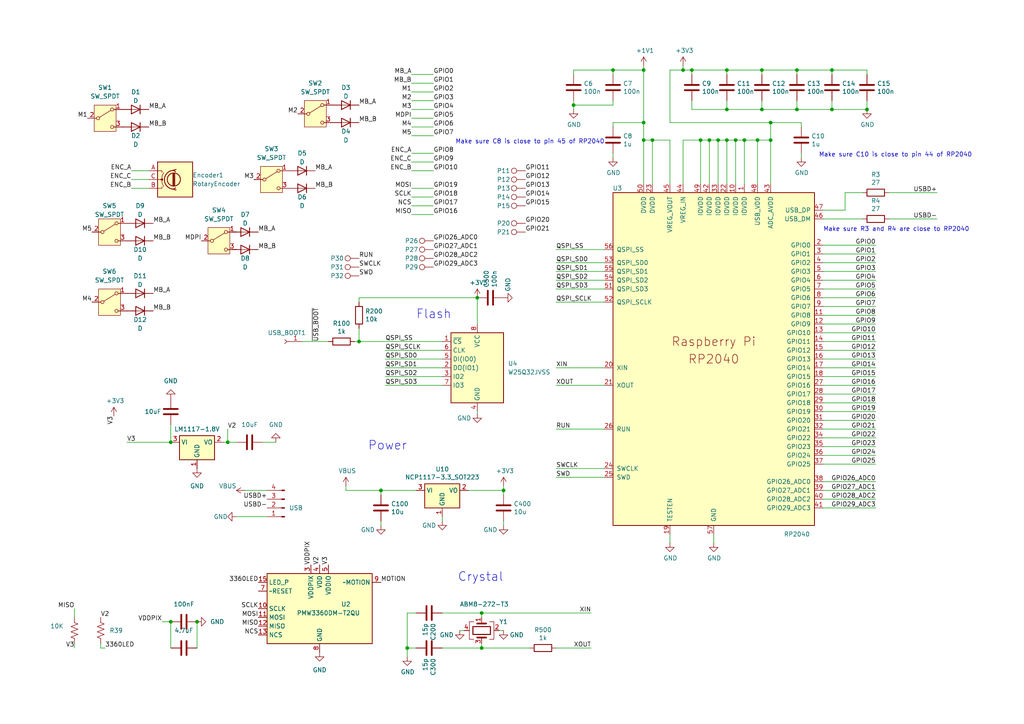
<source format=kicad_sch>
(kicad_sch (version 20231120) (generator "eeschema") (generator_version "8.0")
  (paper "A4")
  (lib_symbols
    (symbol "Connector:Conn_01x01_Socket" (pin_names (offset 1.016) hide)
      (property "Reference" "J" (at 0 2.54 0))
      (property "Value" "Conn_01x01_Socket" (at 0 -2.54 0))
      (symbol "Conn_01x01_Socket_1_1"
        (pin passive line (at -5.08 0 0) (length 3.81) (name "Pin_1") (number "1"))
      )
    )
    (symbol "Connector:Conn_01x04_Pin" (pin_names (offset 1.016) hide)
      (property "Reference" "J" (at 0 5.08 0))
      (property "Value" "Conn_01x04_Pin" (at 0 -7.62 0))
      (symbol "Conn_01x04_Pin_1_1"
        (pin passive line (at 5.08 2.54 180) (length 3.81) (name "Pin_1") (number "1"))
        (pin passive line (at 5.08 0 180) (length 3.81) (name "Pin_2") (number "2"))
        (pin passive line (at 5.08 -2.54 180) (length 3.81) (name "Pin_3") (number "3"))
        (pin passive line (at 5.08 -5.08 180) (length 3.81) (name "Pin_4") (number "4"))
      )
    )
    (symbol "Connector:TestPoint" (pin_numbers hide) (pin_names (offset 0.762) hide)
      (property "Reference" "TP" (at 0 6.858 0))
      (property "Value" "TestPoint" (at 0 5.08 0))
      (symbol "TestPoint_1_1"
        (pin passive line (at 0 0 90) (length 2.54) (name "1") (number "1"))
      )
    )
    (symbol "Device:C" (pin_numbers hide) (pin_names (offset 0.254))
      (property "Reference" "C" (at 0.635 2.54 0))
      (property "Value" "C" (at 0.635 -2.54 0))
      (symbol "C_1_1"
        (pin passive line (at 0 3.81 270) (length 2.794) (name "~") (number "1"))
        (pin passive line (at 0 -3.81 90) (length 2.794) (name "~") (number "2"))
      )
    )
    (symbol "Device:Crystal_GND24" (pin_names (offset 1.016) hide)
      (property "Reference" "Y" (at 3.175 5.08 0))
      (property "Value" "Crystal_GND24" (at 3.175 3.175 0))
      (symbol "Crystal_GND24_1_1"
        (pin passive line (at -3.81 0 0) (length 1.27) (name "1") (number "1"))
        (pin passive line (at 0 5.08 270) (length 1.27) (name "2") (number "2"))
        (pin passive line (at 3.81 0 180) (length 1.27) (name "3") (number "3"))
        (pin passive line (at 0 -5.08 90) (length 1.27) (name "4") (number "4"))
      )
    )
    (symbol "Device:D" (pin_numbers hide) (pin_names (offset 1.016) hide)
      (property "Reference" "D" (at 0 2.54 0))
      (property "Value" "D" (at 0 -2.54 0))
      (symbol "D_1_1"
        (pin passive line (at -3.81 0 0) (length 2.54) (name "K") (number "1"))
        (pin passive line (at 3.81 0 180) (length 2.54) (name "A") (number "2"))
      )
    )
    (symbol "Device:R" (pin_numbers hide) (pin_names (offset 0))
      (property "Reference" "R" (at 2.032 0 90))
      (property "Value" "R" (at 0 0 90))
      (symbol "R_1_1"
        (pin passive line (at 0 3.81 270) (length 1.27) (name "~") (number "1"))
        (pin passive line (at 0 -3.81 90) (length 1.27) (name "~") (number "2"))
      )
    )
    (symbol "Device:R_US" (pin_numbers hide) (pin_names (offset 0))
      (property "Reference" "R" (at 2.54 0 90))
      (property "Value" "R_US" (at -2.54 0 90))
      (symbol "R_US_1_1"
        (pin passive line (at 0 3.81 270) (length 1.27) (name "~") (number "1"))
        (pin passive line (at 0 -3.81 90) (length 1.27) (name "~") (number "2"))
      )
    )
    (symbol "Device:RotaryEncoder" (pin_names (offset 0.254) hide)
      (property "Reference" "SW" (at 0 6.604 0))
      (property "Value" "RotaryEncoder" (at 0 -6.604 0))
      (symbol "RotaryEncoder_1_1"
        (pin passive line (at -7.62 2.54 0) (length 2.54) (name "A") (number "A"))
        (pin passive line (at -7.62 -2.54 0) (length 2.54) (name "B") (number "B"))
        (pin passive line (at -7.62 0 0) (length 2.54) (name "C") (number "C"))
      )
    )
    (symbol "MCU_RaspberryPi_RP2040:RP2040" (pin_names (offset 1.016))
      (property "Reference" "U" (at -29.21 49.53 0))
      (property "Value" "RP2040" (at 24.13 -49.53 0))
      (symbol "RP2040_0_0"
        (text "Raspberry Pi" (at 0 5.08 0) (effects (font (size 2.54 2.54))))
        (text "RP2040" (at 0 0 0) (effects (font (size 2.54 2.54))))
      )
      (symbol "RP2040_1_1"
        (pin power_in line (at 8.89 50.8 270) (length 2.54) (name "IOVDD") (number "1"))
        (pin power_in line (at 6.35 50.8 270) (length 2.54) (name "IOVDD") (number "10"))
        (pin bidirectional line (at 31.75 12.7 180) (length 2.54) (name "GPIO8") (number "11"))
        (pin bidirectional line (at 31.75 10.16 180) (length 2.54) (name "GPIO9") (number "12"))
        (pin bidirectional line (at 31.75 7.62 180) (length 2.54) (name "GPIO10") (number "13"))
        (pin bidirectional line (at 31.75 5.08 180) (length 2.54) (name "GPIO11") (number "14"))
        (pin bidirectional line (at 31.75 2.54 180) (length 2.54) (name "GPIO12") (number "15"))
        (pin bidirectional line (at 31.75 0 180) (length 2.54) (name "GPIO13") (number "16"))
        (pin bidirectional line (at 31.75 -2.54 180) (length 2.54) (name "GPIO14") (number "17"))
        (pin bidirectional line (at 31.75 -5.08 180) (length 2.54) (name "GPIO15") (number "18"))
        (pin passive line (at -12.7 -50.8 90) (length 2.54) (name "TESTEN") (number "19"))
        (pin bidirectional line (at 31.75 33.02 180) (length 2.54) (name "GPIO0") (number "2"))
        (pin input line (at -31.75 -2.54 0) (length 2.54) (name "XIN") (number "20"))
        (pin passive line (at -31.75 -7.62 0) (length 2.54) (name "XOUT") (number "21"))
        (pin power_in line (at 3.81 50.8 270) (length 2.54) (name "IOVDD") (number "22"))
        (pin power_in line (at -17.78 50.8 270) (length 2.54) (name "DVDD") (number "23"))
        (pin output line (at -31.75 -31.75 0) (length 2.54) (name "SWCLK") (number "24"))
        (pin bidirectional line (at -31.75 -34.29 0) (length 2.54) (name "SWD") (number "25"))
        (pin input line (at -31.75 -20.32 0) (length 2.54) (name "RUN") (number "26"))
        (pin bidirectional line (at 31.75 -7.62 180) (length 2.54) (name "GPIO16") (number "27"))
        (pin bidirectional line (at 31.75 -10.16 180) (length 2.54) (name "GPIO17") (number "28"))
        (pin bidirectional line (at 31.75 -12.7 180) (length 2.54) (name "GPIO18") (number "29"))
        (pin bidirectional line (at 31.75 30.48 180) (length 2.54) (name "GPIO1") (number "3"))
        (pin bidirectional line (at 31.75 -15.24 180) (length 2.54) (name "GPIO19") (number "30"))
        (pin bidirectional line (at 31.75 -17.78 180) (length 2.54) (name "GPIO20") (number "31"))
        (pin bidirectional line (at 31.75 -20.32 180) (length 2.54) (name "GPIO21") (number "32"))
        (pin power_in line (at 1.27 50.8 270) (length 2.54) (name "IOVDD") (number "33"))
        (pin bidirectional line (at 31.75 -22.86 180) (length 2.54) (name "GPIO22") (number "34"))
        (pin bidirectional line (at 31.75 -25.4 180) (length 2.54) (name "GPIO23") (number "35"))
        (pin bidirectional line (at 31.75 -27.94 180) (length 2.54) (name "GPIO24") (number "36"))
        (pin bidirectional line (at 31.75 -30.48 180) (length 2.54) (name "GPIO25") (number "37"))
        (pin bidirectional line (at 31.75 -35.56 180) (length 2.54) (name "GPIO26_ADC0") (number "38"))
        (pin bidirectional line (at 31.75 -38.1 180) (length 2.54) (name "GPIO27_ADC1") (number "39"))
        (pin bidirectional line (at 31.75 27.94 180) (length 2.54) (name "GPIO2") (number "4"))
        (pin bidirectional line (at 31.75 -40.64 180) (length 2.54) (name "GPIO28_ADC2") (number "40"))
        (pin bidirectional line (at 31.75 -43.18 180) (length 2.54) (name "GPIO29_ADC3") (number "41"))
        (pin power_in line (at -1.27 50.8 270) (length 2.54) (name "IOVDD") (number "42"))
        (pin power_in line (at 16.51 50.8 270) (length 2.54) (name "ADC_AVDD") (number "43"))
        (pin power_in line (at -8.89 50.8 270) (length 2.54) (name "VREG_IN") (number "44"))
        (pin power_out line (at -12.7 50.8 270) (length 2.54) (name "VREG_VOUT") (number "45"))
        (pin bidirectional line (at 31.75 40.64 180) (length 2.54) (name "USB_DM") (number "46"))
        (pin bidirectional line (at 31.75 43.18 180) (length 2.54) (name "USB_DP") (number "47"))
        (pin power_in line (at 12.7 50.8 270) (length 2.54) (name "USB_VDD") (number "48"))
        (pin power_in line (at -3.81 50.8 270) (length 2.54) (name "IOVDD") (number "49"))
        (pin bidirectional line (at 31.75 25.4 180) (length 2.54) (name "GPIO3") (number "5"))
        (pin power_in line (at -20.32 50.8 270) (length 2.54) (name "DVDD") (number "50"))
        (pin bidirectional line (at -31.75 20.32 0) (length 2.54) (name "QSPI_SD3") (number "51"))
        (pin output line (at -31.75 16.51 0) (length 2.54) (name "QSPI_SCLK") (number "52"))
        (pin bidirectional line (at -31.75 27.94 0) (length 2.54) (name "QSPI_SD0") (number "53"))
        (pin bidirectional line (at -31.75 22.86 0) (length 2.54) (name "QSPI_SD2") (number "54"))
        (pin bidirectional line (at -31.75 25.4 0) (length 2.54) (name "QSPI_SD1") (number "55"))
        (pin bidirectional line (at -31.75 31.75 0) (length 2.54) (name "QSPI_SS") (number "56"))
        (pin power_in line (at 0 -50.8 90) (length 2.54) (name "GND") (number "57"))
        (pin bidirectional line (at 31.75 22.86 180) (length 2.54) (name "GPIO4") (number "6"))
        (pin bidirectional line (at 31.75 20.32 180) (length 2.54) (name "GPIO5") (number "7"))
        (pin bidirectional line (at 31.75 17.78 180) (length 2.54) (name "GPIO6") (number "8"))
        (pin bidirectional line (at 31.75 15.24 180) (length 2.54) (name "GPIO7") (number "9"))
      )
    )
    (symbol "Memory_Flash:W25Q32JVSS"
      (property "Reference" "U" (at -6.35 11.43 0))
      (property "Value" "W25Q32JVSS" (at 7.62 11.43 0))
      (symbol "W25Q32JVSS_1_1"
        (pin input line (at -10.16 7.62 0) (length 2.54) (name "~{CS}") (number "1"))
        (pin bidirectional line (at -10.16 0 0) (length 2.54) (name "DO(IO1)") (number "2"))
        (pin bidirectional line (at -10.16 -2.54 0) (length 2.54) (name "IO2") (number "3"))
        (pin power_in line (at 0 -12.7 90) (length 2.54) (name "GND") (number "4"))
        (pin bidirectional line (at -10.16 2.54 0) (length 2.54) (name "DI(IO0)") (number "5"))
        (pin input line (at -10.16 5.08 0) (length 2.54) (name "CLK") (number "6"))
        (pin bidirectional line (at -10.16 -5.08 0) (length 2.54) (name "IO3") (number "7"))
        (pin power_in line (at 0 12.7 270) (length 2.54) (name "VCC") (number "8"))
      )
    )
    (symbol "Regulator_Linear:AP1117-18"
      (property "Reference" "U" (at -3.81 3.175 0))
      (property "Value" "AP1117-18" (at 0 3.175 0))
      (symbol "AP1117-18_1_1"
        (pin power_in line (at 0 -7.62 90) (length 2.54) (name "GND") (number "1"))
        (pin power_out line (at 7.62 0 180) (length 2.54) (name "VO") (number "2"))
        (pin power_in line (at -7.62 0 0) (length 2.54) (name "VI") (number "3"))
      )
    )
    (symbol "Regulator_Linear:NCP1117-3.3_SOT223"
      (property "Reference" "U" (at -3.81 3.175 0))
      (property "Value" "NCP1117-3.3_SOT223" (at 0 3.175 0))
      (symbol "NCP1117-3.3_SOT223_1_1"
        (pin power_in line (at 0 -7.62 90) (length 2.54) (name "GND") (number "1"))
        (pin power_out line (at 7.62 0 180) (length 2.54) (name "VO") (number "2"))
        (pin power_in line (at -7.62 0 0) (length 2.54) (name "VI") (number "3"))
      )
    )
    (symbol "Switch:SW_SPDT" (pin_names (offset 0) hide)
      (property "Reference" "SW" (at 0 5.08 0))
      (property "Value" "SW_SPDT" (at 0 -5.08 0))
      (symbol "SW_SPDT_1_1"
        (pin passive line (at 5.08 2.54 180) (length 2.54) (name "A") (number "1"))
        (pin passive line (at -5.08 0 0) (length 2.54) (name "B") (number "2"))
        (pin passive line (at 5.08 -2.54 180) (length 2.54) (name "C") (number "3"))
      )
    )
    (symbol "_New_Library:PMW3360DM-T2QU"
      (property "Reference" "U" (at -5.08 13.335 0))
      (property "Value" "PMW3360DM-T2QU" (at -5.08 11.43 0))
      (symbol "PMW3360DM-T2QU_1_1"
        (pin no_connect line (at 15.24 2.54 180) (length 2.54) hide (name "NA") (number "1"))
        (pin input line (at -17.78 0 0) (length 2.54) (name "SCLK") (number "10"))
        (pin input line (at -17.78 -2.54 0) (length 2.54) (name "MOSI") (number "11"))
        (pin output line (at -17.78 -5.08 0) (length 2.54) (name "MISO") (number "12"))
        (pin input line (at -17.78 -7.62 0) (length 2.54) (name "NCS") (number "13"))
        (pin no_connect line (at 15.24 -5.08 180) (length 2.54) hide (name "NA") (number "14"))
        (pin input line (at -17.78 7.62 0) (length 2.54) (name "LED_P") (number "15"))
        (pin no_connect line (at 15.24 -7.62 180) (length 2.54) hide (name "NA") (number "16"))
        (pin no_connect line (at 15.24 0 180) (length 2.54) hide (name "NA") (number "2"))
        (pin power_out line (at -2.54 12.7 270) (length 2.54) (name "VDDPIX") (number "3"))
        (pin power_in line (at 0 12.7 270) (length 2.54) (name "VDD") (number "4"))
        (pin power_in line (at 2.54 12.7 270) (length 2.54) (name "VDDIO") (number "5"))
        (pin no_connect line (at 15.24 -2.54 180) (length 2.54) hide (name "NA") (number "6"))
        (pin input line (at -17.78 5.08 0) (length 2.54) (name "~RESET") (number "7"))
        (pin power_in line (at 0 -12.7 90) (length 2.54) (name "GND") (number "8"))
        (pin output line (at 17.78 7.62 180) (length 2.54) (name "~MOTION") (number "9"))
      )
    )
    (symbol "power:+1V1" (power) (pin_names (offset 0))
      (property "Value" "+1V1" (at 0 3.556 0))
      (symbol "+1V1_1_1"
        (pin power_in line (at 0 0 90) (length 0) hide (name "+1V1") (number "1"))
      )
    )
    (symbol "power:+3V3" (power) (pin_names (offset 0))
      (property "Value" "+3V3" (at 0 3.556 0))
      (symbol "+3V3_1_1"
        (pin power_in line (at 0 0 90) (length 0) hide (name "+3V3") (number "1"))
      )
    )
    (symbol "power:GND" (power) (pin_names (offset 0))
      (property "Value" "GND" (at 0 -3.81 0))
      (symbol "GND_1_1"
        (pin power_in line (at 0 0 270) (length 0) hide (name "GND") (number "1"))
      )
    )
    (symbol "power:VBUS" (power) (pin_names (offset 0))
      (property "Value" "VBUS" (at 0 3.81 0))
      (symbol "VBUS_1_1"
        (pin power_in line (at 0 0 90) (length 0) hide (name "VBUS") (number "1"))
      )
    )
  )
  (junction (at 210.82 40.64))
  (junction (at 208.28 40.64))
  (junction (at 200.66 20.32))
  (junction (at 186.69 35.56))
  (junction (at 223.52 35.56))
  (junction (at 177.8 20.32))
  (junction (at 251.46 31.75))
  (junction (at 118.11 187.96))
  (junction (at 139.7 177.8))
  (junction (at 186.69 40.64))
  (junction (at 220.98 20.32))
  (junction (at 189.23 40.64))
  (junction (at 213.36 40.64))
  (junction (at 66.04 128.27))
  (junction (at 166.37 30.48))
  (junction (at 231.14 31.75))
  (junction (at 146.05 142.24))
  (junction (at 198.12 20.32))
  (junction (at 139.7 187.96))
  (junction (at 49.53 128.27))
  (junction (at 241.3 31.75))
  (junction (at 186.69 20.32))
  (junction (at 57.15 180.34))
  (junction (at 241.3 20.32))
  (junction (at 210.82 20.32))
  (junction (at 110.49 142.24))
  (junction (at 49.53 180.34))
  (junction (at 210.82 31.75))
  (junction (at 220.98 31.75))
  (junction (at 215.9 40.64))
  (junction (at 223.52 40.64))
  (junction (at 104.14 99.06))
  (junction (at 138.43 86.36))
  (junction (at 205.74 40.64))
  (junction (at 203.2 40.64))
  (junction (at 231.14 20.32))
  (junction (at 219.71 40.64))
  (wire (pts (xy 68.58 149.86) (xy 77.47 149.86)))
  (wire (pts (xy 186.69 40.64) (xy 186.69 53.34)))
  (wire (pts (xy 238.76 96.52) (xy 254 96.52)))
  (wire (pts (xy 166.37 30.48) (xy 177.8 30.48)))
  (wire (pts (xy 245.11 55.88) (xy 245.11 60.96)))
  (wire (pts (xy 100.33 142.24) (xy 110.49 142.24)))
  (wire (pts (xy 220.98 20.32) (xy 231.14 20.32)))
  (wire (pts (xy 198.12 20.32) (xy 200.66 20.32)))
  (wire (pts (xy 215.9 40.64) (xy 219.71 40.64)))
  (wire (pts (xy 119.38 46.99) (xy 125.73 46.99)))
  (wire (pts (xy 128.27 111.76) (xy 111.76 111.76)))
  (wire (pts (xy 220.98 21.59) (xy 220.98 20.32)))
  (wire (pts (xy 241.3 31.75) (xy 251.46 31.75)))
  (wire (pts (xy 186.69 19.05) (xy 186.69 20.32)))
  (wire (pts (xy 238.76 109.22) (xy 254 109.22)))
  (wire (pts (xy 43.18 49.53) (xy 38.1 49.53)))
  (wire (pts (xy 231.14 31.75) (xy 241.3 31.75)))
  (wire (pts (xy 110.49 151.13) (xy 110.49 152.4)))
  (wire (pts (xy 238.76 134.62) (xy 254 134.62)))
  (wire (pts (xy 203.2 40.64) (xy 205.74 40.64)))
  (wire (pts (xy 102.87 99.06) (xy 104.14 99.06)))
  (wire (pts (xy 238.76 129.54) (xy 254 129.54)))
  (wire (pts (xy 100.33 140.97) (xy 100.33 142.24)))
  (wire (pts (xy 238.76 63.5) (xy 250.19 63.5)))
  (wire (pts (xy 36.83 128.27) (xy 49.53 128.27)))
  (wire (pts (xy 238.76 71.12) (xy 254 71.12)))
  (wire (pts (xy 111.76 101.6) (xy 128.27 101.6)))
  (wire (pts (xy 257.81 55.88) (xy 271.78 55.88)))
  (wire (pts (xy 194.31 53.34) (xy 194.31 40.64)))
  (wire (pts (xy 68.58 67.31) (xy 67.31 67.31)))
  (wire (pts (xy 220.98 29.21) (xy 220.98 31.75)))
  (wire (pts (xy 238.76 76.2) (xy 254 76.2)))
  (wire (pts (xy 110.49 143.51) (xy 110.49 142.24)))
  (wire (pts (xy 186.69 35.56) (xy 186.69 40.64)))
  (wire (pts (xy 133.35 182.88) (xy 134.62 182.88)))
  (wire (pts (xy 66.04 128.27) (xy 64.77 128.27)))
  (wire (pts (xy 198.12 40.64) (xy 203.2 40.64)))
  (wire (pts (xy 166.37 20.32) (xy 177.8 20.32)))
  (wire (pts (xy 238.76 144.78) (xy 254 144.78)))
  (wire (pts (xy 104.14 95.25) (xy 104.14 99.06)))
  (wire (pts (xy 166.37 29.21) (xy 166.37 30.48)))
  (wire (pts (xy 144.78 182.88) (xy 146.05 182.88)))
  (wire (pts (xy 161.29 83.82) (xy 175.26 83.82)))
  (wire (pts (xy 128.27 177.8) (xy 139.7 177.8)))
  (wire (pts (xy 146.05 143.51) (xy 146.05 142.24)))
  (wire (pts (xy 223.52 40.64) (xy 223.52 53.34)))
  (wire (pts (xy 119.38 24.13) (xy 125.73 24.13)))
  (wire (pts (xy 177.8 20.32) (xy 186.69 20.32)))
  (wire (pts (xy 87.63 99.06) (xy 95.25 99.06)))
  (wire (pts (xy 223.52 35.56) (xy 232.41 35.56)))
  (wire (pts (xy 138.43 120.015) (xy 138.43 119.38)))
  (wire (pts (xy 208.28 53.34) (xy 208.28 40.64)))
  (wire (pts (xy 29.21 187.96) (xy 30.48 187.96)))
  (wire (pts (xy 210.82 20.32) (xy 220.98 20.32)))
  (wire (pts (xy 186.69 20.32) (xy 186.69 35.56)))
  (wire (pts (xy 219.71 40.64) (xy 223.52 40.64)))
  (wire (pts (xy 161.29 78.74) (xy 175.26 78.74)))
  (wire (pts (xy 175.26 124.46) (xy 161.29 124.46)))
  (wire (pts (xy 119.38 59.69) (xy 125.73 59.69)))
  (wire (pts (xy 241.3 21.59) (xy 241.3 20.32)))
  (wire (pts (xy 205.74 40.64) (xy 208.28 40.64)))
  (wire (pts (xy 128.27 106.68) (xy 111.76 106.68)))
  (wire (pts (xy 200.66 21.59) (xy 200.66 20.32)))
  (wire (pts (xy 194.31 20.32) (xy 198.12 20.32)))
  (wire (pts (xy 29.21 186.69) (xy 29.21 187.96)))
  (wire (pts (xy 215.9 40.64) (xy 215.9 53.34)))
  (wire (pts (xy 205.74 53.34) (xy 205.74 40.64)))
  (wire (pts (xy 21.59 187.96) (xy 21.59 186.69)))
  (wire (pts (xy 139.7 186.69) (xy 139.7 187.96)))
  (wire (pts (xy 118.11 187.96) (xy 118.11 190.5)))
  (wire (pts (xy 238.76 60.96) (xy 245.11 60.96)))
  (wire (pts (xy 71.12 142.24) (xy 77.47 142.24)))
  (wire (pts (xy 128.27 149.86) (xy 128.27 151.13)))
  (wire (pts (xy 175.26 111.76) (xy 161.29 111.76)))
  (wire (pts (xy 175.26 72.39) (xy 161.29 72.39)))
  (wire (pts (xy 161.29 187.96) (xy 171.45 187.96)))
  (wire (pts (xy 135.89 142.24) (xy 146.05 142.24)))
  (wire (pts (xy 49.53 180.34) (xy 49.53 187.96)))
  (wire (pts (xy 238.76 106.68) (xy 254 106.68)))
  (wire (pts (xy 238.76 86.36) (xy 254 86.36)))
  (wire (pts (xy 76.2 128.27) (xy 80.01 128.27)))
  (wire (pts (xy 177.8 30.48) (xy 177.8 29.21)))
  (wire (pts (xy 210.82 21.59) (xy 210.82 20.32)))
  (wire (pts (xy 238.76 139.7) (xy 254 139.7)))
  (wire (pts (xy 21.59 176.53) (xy 21.59 179.07)))
  (wire (pts (xy 223.52 35.56) (xy 223.52 40.64)))
  (wire (pts (xy 238.76 88.9) (xy 254 88.9)))
  (wire (pts (xy 177.8 36.83) (xy 177.8 35.56)))
  (wire (pts (xy 128.27 109.22) (xy 111.76 109.22)))
  (wire (pts (xy 119.38 26.67) (xy 125.73 26.67)))
  (wire (pts (xy 210.82 31.75) (xy 200.66 31.75)))
  (wire (pts (xy 238.76 147.32) (xy 254 147.32)))
  (wire (pts (xy 210.82 29.21) (xy 210.82 31.75)))
  (wire (pts (xy 200.66 20.32) (xy 210.82 20.32)))
  (wire (pts (xy 189.23 53.34) (xy 189.23 40.64)))
  (wire (pts (xy 119.38 36.83) (xy 125.73 36.83)))
  (wire (pts (xy 120.65 142.24) (xy 110.49 142.24)))
  (wire (pts (xy 241.3 29.21) (xy 241.3 31.75)))
  (wire (pts (xy 194.31 20.32) (xy 194.31 35.56)))
  (wire (pts (xy 232.41 44.45) (xy 232.41 45.72)))
  (wire (pts (xy 238.76 91.44) (xy 254 91.44)))
  (wire (pts (xy 213.36 53.34) (xy 213.36 40.64)))
  (wire (pts (xy 128.27 187.96) (xy 139.7 187.96)))
  (wire (pts (xy 120.65 187.96) (xy 118.11 187.96)))
  (wire (pts (xy 139.7 187.96) (xy 153.67 187.96)))
  (wire (pts (xy 238.76 78.74) (xy 254 78.74)))
  (wire (pts (xy 175.26 138.43) (xy 161.29 138.43)))
  (wire (pts (xy 208.28 40.64) (xy 210.82 40.64)))
  (wire (pts (xy 238.76 116.84) (xy 254 116.84)))
  (wire (pts (xy 210.82 31.75) (xy 220.98 31.75)))
  (wire (pts (xy 175.26 87.63) (xy 161.29 87.63)))
  (wire (pts (xy 207.01 154.94) (xy 207.01 157.48)))
  (wire (pts (xy 66.04 124.46) (xy 66.04 128.27)))
  (wire (pts (xy 177.8 35.56) (xy 186.69 35.56)))
  (wire (pts (xy 119.38 31.75) (xy 125.73 31.75)))
  (wire (pts (xy 119.38 29.21) (xy 125.73 29.21)))
  (wire (pts (xy 238.76 114.3) (xy 254 114.3)))
  (wire (pts (xy 128.27 104.14) (xy 111.76 104.14)))
  (wire (pts (xy 57.15 180.34) (xy 57.15 187.96)))
  (wire (pts (xy 68.58 128.27) (xy 66.04 128.27)))
  (wire (pts (xy 200.66 29.21) (xy 200.66 31.75)))
  (wire (pts (xy 220.98 31.75) (xy 231.14 31.75)))
  (wire (pts (xy 194.31 154.94) (xy 194.31 157.48)))
  (wire (pts (xy 238.76 119.38) (xy 254 119.38)))
  (wire (pts (xy 120.65 177.8) (xy 118.11 177.8)))
  (wire (pts (xy 238.76 99.06) (xy 254 99.06)))
  (wire (pts (xy 198.12 19.05) (xy 198.12 20.32)))
  (wire (pts (xy 238.76 124.46) (xy 254 124.46)))
  (wire (pts (xy 231.14 20.32) (xy 241.3 20.32)))
  (wire (pts (xy 43.18 52.07) (xy 38.1 52.07)))
  (wire (pts (xy 119.38 44.45) (xy 125.73 44.45)))
  (wire (pts (xy 189.23 40.64) (xy 186.69 40.64)))
  (wire (pts (xy 119.38 49.53) (xy 125.73 49.53)))
  (wire (pts (xy 257.81 63.5) (xy 271.78 63.5)))
  (wire (pts (xy 238.76 104.14) (xy 254 104.14)))
  (wire (pts (xy 118.11 177.8) (xy 118.11 187.96)))
  (wire (pts (xy 49.53 123.19) (xy 49.53 128.27)))
  (wire (pts (xy 139.7 179.07) (xy 139.7 177.8)))
  (wire (pts (xy 161.29 76.2) (xy 175.26 76.2)))
  (wire (pts (xy 138.43 86.36) (xy 138.43 93.98)))
  (wire (pts (xy 210.82 40.64) (xy 213.36 40.64)))
  (wire (pts (xy 238.76 93.98) (xy 254 93.98)))
  (wire (pts (xy 238.76 111.76) (xy 254 111.76)))
  (wire (pts (xy 166.37 21.59) (xy 166.37 20.32)))
  (wire (pts (xy 119.38 21.59) (xy 125.73 21.59)))
  (wire (pts (xy 245.11 55.88) (xy 250.19 55.88)))
  (wire (pts (xy 166.37 30.48) (xy 166.37 31.75)))
  (wire (pts (xy 251.46 29.21) (xy 251.46 31.75)))
  (wire (pts (xy 161.29 106.68) (xy 175.26 106.68)))
  (wire (pts (xy 119.38 62.23) (xy 125.73 62.23)))
  (wire (pts (xy 238.76 101.6) (xy 254 101.6)))
  (wire (pts (xy 119.38 34.29) (xy 125.73 34.29)))
  (wire (pts (xy 232.41 36.83) (xy 232.41 35.56)))
  (wire (pts (xy 68.58 72.39) (xy 67.31 72.39)))
  (wire (pts (xy 161.29 81.28) (xy 175.26 81.28)))
  (wire (pts (xy 119.38 54.61) (xy 125.73 54.61)))
  (wire (pts (xy 238.76 83.82) (xy 254 83.82)))
  (wire (pts (xy 238.76 127) (xy 254 127)))
  (wire (pts (xy 238.76 73.66) (xy 254 73.66)))
  (wire (pts (xy 241.3 20.32) (xy 251.46 20.32)))
  (wire (pts (xy 213.36 40.64) (xy 215.9 40.64)))
  (wire (pts (xy 104.14 99.06) (xy 128.27 99.06)))
  (wire (pts (xy 203.2 53.34) (xy 203.2 40.64)))
  (wire (pts (xy 194.31 35.56) (xy 223.52 35.56)))
  (wire (pts (xy 210.82 53.34) (xy 210.82 40.64)))
  (wire (pts (xy 177.8 21.59) (xy 177.8 20.32)))
  (wire (pts (xy 194.31 40.64) (xy 189.23 40.64)))
  (wire (pts (xy 119.38 39.37) (xy 125.73 39.37)))
  (wire (pts (xy 46.99 180.34) (xy 49.53 180.34)))
  (wire (pts (xy 251.46 21.59) (xy 251.46 20.32)))
  (wire (pts (xy 119.38 57.15) (xy 125.73 57.15)))
  (wire (pts (xy 43.18 54.61) (xy 38.1 54.61)))
  (wire (pts (xy 231.14 29.21) (xy 231.14 31.75)))
  (wire (pts (xy 238.76 121.92) (xy 254 121.92)))
  (wire (pts (xy 238.76 132.08) (xy 254 132.08)))
  (wire (pts (xy 219.71 53.34) (xy 219.71 40.64)))
  (wire (pts (xy 231.14 21.59) (xy 231.14 20.32)))
  (wire (pts (xy 175.26 135.89) (xy 161.29 135.89)))
  (wire (pts (xy 198.12 53.34) (xy 198.12 40.64)))
  (wire (pts (xy 177.8 44.45) (xy 177.8 45.72)))
  (wire (pts (xy 146.05 151.13) (xy 146.05 152.4)))
  (wire (pts (xy 104.14 87.63) (xy 104.14 86.36)))
  (wire (pts (xy 104.14 86.36) (xy 138.43 86.36)))
  (wire (pts (xy 146.05 142.24) (xy 146.05 140.97)))
  (wire (pts (xy 238.76 142.24) (xy 254 142.24)))
  (wire (pts (xy 238.76 81.28) (xy 254 81.28)))
  (wire (pts (xy 139.7 177.8) (xy 171.45 177.8)))
  (text "Power" (at 106.68 130.81 0) (effects (font (size 2.54 2.54)) (justify left bottom)))
  (text "Crystal" (at 132.715 168.91 0) (effects (font (size 2.54 2.54)) (justify left bottom)))
  (text "Make sure C8 is close to pin 45 of RP2040" (at 132.08 41.91 0) (effects (font (size 1.27 1.27)) (justify left bottom)))
  (text "Make sure C10 is close to pin 44 of RP2040" (at 237.49 45.72 0) (effects (font (size 1.27 1.27)) (justify left bottom)))
  (text "Make sure R3 and R4 are close to RP2040" (at 238.76 67.31 0) (effects (font (size 1.27 1.27)) (justify left bottom)))
  (text "Flash" (at 120.65 92.71 0) (effects (font (size 2.54 2.54)) (justify left bottom)))
  (label "XOUT" (at 171.45 187.96 180))
  (label "ENC_B" (at 119.38 49.53 180))
  (label "M1" (at 119.38 26.67 180))
  (label "QSPI_SS" (at 111.76 99.06 0))
  (label "QSPI_SD3" (at 111.76 111.76 0))
  (label "M4" (at 119.38 36.83 180))
  (label "QSPI_SD2" (at 161.29 81.28 0))
  (label "USBD-" (at 271.78 63.5 180))
  (label "MOTION" (at 110.49 168.91 0))
  (label "GPIO4" (at 254 81.28 180))
  (label "GPIO7" (at 125.73 39.37 0))
  (label "RUN" (at 161.29 124.46 0))
  (label "MISO" (at 74.93 181.61 180))
  (label "USBD+" (at 77.47 144.78 180))
  (label "XOUT" (at 161.29 111.76 0))
  (label "V3" (at 33.02 120.65 270))
  (label "GPIO29_ADC3" (at 254 147.32 180))
  (label "V2" (at 92.71 163.83 90))
  (label "M5" (at 26.67 67.31 180))
  (label "QSPI_SD1" (at 161.29 78.74 0))
  (label "MB_A" (at 104.14 30.48 0))
  (label "GPIO13" (at 254 104.14 180))
  (label "GPIO18" (at 125.73 57.15 0))
  (label "GPIO6" (at 254 86.36 180))
  (label "USBD+" (at 271.78 55.88 180))
  (label "GPIO19" (at 125.73 54.61 0))
  (label "SWD" (at 161.29 138.43 0))
  (label "GPIO20" (at 254 121.92 180))
  (label "QSPI_SD1" (at 111.76 106.68 0))
  (label "QSPI_SD3" (at 161.29 83.82 0))
  (label "GPIO9" (at 125.73 46.99 0))
  (label "M4" (at 26.67 87.63 180))
  (label "MB_A" (at 74.93 67.31 0))
  (label "MB_B" (at 44.45 69.85 0))
  (label "GPIO18" (at 254 116.84 180))
  (label "GPIO25" (at 254 134.62 180))
  (label "GPIO10" (at 125.73 49.53 0))
  (label "GPIO17" (at 125.73 59.69 0))
  (label "ENC_B" (at 38.1 54.61 180))
  (label "MB_B" (at 74.93 72.39 0))
  (label "ENC_C" (at 119.38 46.99 180))
  (label "V2" (at 29.21 179.07 0))
  (label "GPIO0" (at 254 71.12 180))
  (label "GPIO8" (at 125.73 44.45 0))
  (label "RUN" (at 104.14 74.93 0))
  (label "GPIO21" (at 254 124.46 180))
  (label "GPIO11" (at 254 99.06 180))
  (label "M5" (at 119.38 39.37 180))
  (label "GPIO12" (at 152.4 52.07 0))
  (label "GPIO6" (at 125.73 36.83 0))
  (label "GPIO27_ADC1" (at 254 142.24 180))
  (label "GPIO14" (at 152.4 57.15 0))
  (label "NCS" (at 74.93 184.15 180))
  (label "GPIO1" (at 254 73.66 180))
  (label "XIN" (at 171.45 177.8 180))
  (label "MB_A" (at 43.18 31.75 0))
  (label "USBD-" (at 77.47 147.32 180))
  (label "M3" (at 73.66 52.07 180))
  (label "GPIO14" (at 254 106.68 180))
  (label "GPIO3" (at 254 78.74 180))
  (label "GPIO10" (at 254 96.52 180))
  (label "GPIO13" (at 152.4 54.61 0))
  (label "SWD" (at 104.14 80.01 0))
  (label "GPIO23" (at 254 129.54 180))
  (label "MOSI" (at 74.93 179.07 180))
  (label "MB_B" (at 91.44 54.61 0))
  (label "SWCLK" (at 161.29 135.89 0))
  (label "MB_A" (at 119.38 21.59 180))
  (label "V3" (at 95.25 163.83 90))
  (label "ENC_C" (at 38.1 52.07 180))
  (label "SWCLK" (at 104.14 77.47 0))
  (label "GPIO15" (at 152.4 59.69 0))
  (label "QSPI_SCLK" (at 161.29 87.63 0))
  (label "GPIO27_ADC1" (at 125.73 72.39 0))
  (label "GPIO1" (at 125.73 24.13 0))
  (label "M3" (at 119.38 31.75 180))
  (label "MB_B" (at 119.38 24.13 180))
  (label "QSPI_SD0" (at 161.29 76.2 0))
  (label "MB_A" (at 91.44 49.53 0))
  (label "GPIO17" (at 254 114.3 180))
  (label "ENC_A" (at 119.38 44.45 180))
  (label "GPIO2" (at 254 76.2 180))
  (label "NCS" (at 119.38 59.69 180))
  (label "GPIO9" (at 254 93.98 180))
  (label "SCLK" (at 74.93 176.53 180))
  (label "GPIO26_ADC0" (at 125.73 69.85 0))
  (label "GPIO15" (at 254 109.22 180))
  (label "MB_B" (at 104.14 35.56 0))
  (label "MDPI" (at 58.42 69.85 180))
  (label "3360LED" (at 30.48 187.96 0))
  (label "GPIO29_ADC3" (at 125.73 77.47 0))
  (label "GPIO12" (at 254 101.6 180))
  (label "GPIO24" (at 254 132.08 180))
  (label "GPIO5" (at 254 83.82 180))
  (label "GPIO22" (at 254 127 180))
  (label "GPIO19" (at 254 119.38 180))
  (label "M2" (at 86.36 33.02 180))
  (label "M2" (at 119.38 29.21 180))
  (label "QSPI_SS" (at 161.29 72.39 0))
  (label "3360LED" (at 74.93 168.91 180))
  (label "GPIO0" (at 125.73 21.59 0))
  (label "GPIO16" (at 125.73 62.23 0))
  (label "QSPI_SD2" (at 111.76 109.22 0))
  (label "QSPI_SD0" (at 111.76 104.14 0))
  (label "MISO" (at 21.59 176.53 180))
  (label "SCLK" (at 119.38 57.15 180))
  (label "MB_B" (at 43.18 36.83 0))
  (label "QSPI_SCLK" (at 111.76 101.6 0))
  (label "MB_B" (at 44.45 90.17 0))
  (label "GPIO2" (at 125.73 26.67 0))
  (label "MISO" (at 119.38 62.23 180))
  (label "M1" (at 25.4 34.29 180))
  (label "GPIO21" (at 152.4 67.31 0))
  (label "GPIO5" (at 125.73 34.29 0))
  (label "~{USB_BOOT}" (at 92.71 99.06 90))
  (label "V3" (at 21.59 187.96 180))
  (label "GPIO20" (at 152.4 64.77 0))
  (label "GPIO11" (at 152.4 49.53 0))
  (label "GPIO26_ADC0" (at 254 139.7 180))
  (label "VDDPIX" (at 90.17 163.83 90))
  (label "GPIO28_ADC2" (at 254 144.78 180))
  (label "ENC_A" (at 38.1 49.53 180))
  (label "GPIO16" (at 254 111.76 180))
  (label "GPIO8" (at 254 91.44 180))
  (label "V2" (at 66.04 124.46 0))
  (label "XIN" (at 161.29 106.68 0))
  (label "V3" (at 36.83 128.27 0))
  (label "MDPI" (at 119.38 34.29 180))
  (label "VDDPIX" (at 46.99 180.34 180))
  (label "GPIO3" (at 125.73 29.21 0))
  (label "MB_A" (at 44.45 64.77 0))
  (label "GPIO28_ADC2" (at 125.73 74.93 0))
  (label "GPIO4" (at 125.73 31.75 0))
  (label "MB_A" (at 44.45 85.09 0))
  (label "GPIO7" (at 254 88.9 180))
  (label "MOSI" (at 119.38 54.61 180))
  (symbol (lib_id "MCU_RaspberryPi_RP2040:RP2040") (at 207.01 104.14 0) (unit 1)
    (property "Reference" "U3" (at 179.07 54.61 0))
    (property "Value" "RP2040" (at 231.14 154.94 0))
    (property "Footprint" "Library:RP2040-QFN-56" (effects (hide yes)))
  )
  (symbol (lib_id "power:+3V3") (at 138.43 86.36 0) (unit 1)
    (property "Reference" "#PWR07" (effects (hide yes)))
    (property "Value" "+3V3" (at 138.811 81.9658 0))
  )
  (symbol (lib_id "power:GND") (at 138.43 120.015 0) (unit 1)
    (property "Reference" "#PWR08" (effects (hide yes)))
    (property "Value" "GND" (at 134.62 121.285 0))
  )
  (symbol (lib_id "Device:R") (at 104.14 91.44 0) (unit 1)
    (property "Reference" "R200" (at 105.918 90.2716 0) (effects (justify left)))
    (property "Value" "10k" (at 105.918 92.583 0) (effects (justify left)))
    (property "Footprint" "Resistor_SMD:R_0603_1608Metric" (effects (hide yes)))
  )
  (symbol (lib_id "Device:R") (at 99.06 99.06 270) (unit 1)
    (property "Reference" "R100" (at 99.06 93.8022 90))
    (property "Value" "1k" (at 99.06 96.1136 90))
    (property "Footprint" "Resistor_SMD:R_0603_1608Metric" (effects (hide yes)))
  )
  (symbol (lib_id "Device:C") (at 142.24 86.36 90) (unit 1)
    (property "Reference" "C500" (at 141.0716 83.439 0) (effects (justify left)))
    (property "Value" "100n" (at 143.383 83.439 0) (effects (justify left)))
    (property "Footprint" "Capacitor_SMD:C_0603_1608Metric" (effects (hide yes)))
  )
  (symbol (lib_id "power:GND") (at 146.05 86.36 90) (unit 1)
    (property "Reference" "#PWR011" (effects (hide yes)))
    (property "Value" "GND" (at 147.32 82.55 0))
  )
  (symbol (lib_id "power:GND") (at 207.01 157.48 0) (unit 1)
    (property "Reference" "#PWR016" (effects (hide yes)))
    (property "Value" "GND" (at 207.137 161.8742 0))
  )
  (symbol (lib_id "power:GND") (at 194.31 157.48 0) (unit 1)
    (property "Reference" "#PWR015" (effects (hide yes)))
    (property "Value" "GND" (at 194.437 161.8742 0))
  )
  (symbol (lib_id "Device:R") (at 254 55.88 270) (unit 1)
    (property "Reference" "R3" (at 254 50.6222 90))
    (property "Value" "27" (at 254 52.9336 90))
    (property "Footprint" "Resistor_SMD:R_0603_1608Metric" (effects (hide yes)))
  )
  (symbol (lib_id "Device:R") (at 254 63.5 270) (unit 1)
    (property "Reference" "R4" (at 254 58.2422 90))
    (property "Value" "27" (at 254 60.5536 90))
    (property "Footprint" "Resistor_SMD:R_0603_1608Metric" (effects (hide yes)))
  )
  (symbol (lib_id "power:+3V3") (at 198.12 19.05 0) (unit 1)
    (property "Reference" "#PWR017" (effects (hide yes)))
    (property "Value" "+3V3" (at 198.501 14.6558 0))
  )
  (symbol (lib_id "power:+1V1") (at 186.69 19.05 0) (unit 1)
    (property "Reference" "#PWR014" (effects (hide yes)))
    (property "Value" "+1V1" (at 187.071 14.6558 0))
  )
  (symbol (lib_id "Device:C") (at 200.66 25.4 0) (unit 1)
    (property "Reference" "C9" (at 203.581 24.2316 0) (effects (justify left)))
    (property "Value" "100n" (at 203.581 26.543 0) (effects (justify left)))
    (property "Footprint" "Capacitor_SMD:C_0603_1608Metric" (effects (hide yes)))
  )
  (symbol (lib_id "Device:C") (at 210.82 25.4 0) (unit 1)
    (property "Reference" "C11" (at 213.741 24.2316 0) (effects (justify left)))
    (property "Value" "100n" (at 213.741 26.543 0) (effects (justify left)))
    (property "Footprint" "Capacitor_SMD:C_0603_1608Metric" (effects (hide yes)))
  )
  (symbol (lib_id "Device:C") (at 220.98 25.4 0) (unit 1)
    (property "Reference" "C12" (at 223.901 24.2316 0) (effects (justify left)))
    (property "Value" "100n" (at 223.901 26.543 0) (effects (justify left)))
    (property "Footprint" "Capacitor_SMD:C_0603_1608Metric" (effects (hide yes)))
  )
  (symbol (lib_id "Device:C") (at 231.14 25.4 0) (unit 1)
    (property "Reference" "C13" (at 234.061 24.2316 0) (effects (justify left)))
    (property "Value" "100n" (at 234.061 26.543 0) (effects (justify left)))
    (property "Footprint" "Capacitor_SMD:C_0603_1608Metric" (effects (hide yes)))
  )
  (symbol (lib_id "Device:C") (at 241.3 25.4 0) (unit 1)
    (property "Reference" "C14" (at 244.221 24.2316 0) (effects (justify left)))
    (property "Value" "100n" (at 244.221 26.543 0) (effects (justify left)))
    (property "Footprint" "Capacitor_SMD:C_0603_1608Metric" (effects (hide yes)))
  )
  (symbol (lib_id "Device:C") (at 251.46 25.4 0) (unit 1)
    (property "Reference" "C15" (at 254.381 24.2316 0) (effects (justify left)))
    (property "Value" "100n" (at 254.381 26.543 0) (effects (justify left)))
    (property "Footprint" "Capacitor_SMD:C_0603_1608Metric" (effects (hide yes)))
  )
  (symbol (lib_id "Device:C") (at 166.37 25.4 0) (unit 1)
    (property "Reference" "C6" (at 169.291 24.2316 0) (effects (justify left)))
    (property "Value" "100n" (at 169.291 26.543 0) (effects (justify left)))
    (property "Footprint" "Capacitor_SMD:C_0603_1608Metric" (effects (hide yes)))
  )
  (symbol (lib_id "Device:C") (at 177.8 25.4 0) (unit 1)
    (property "Reference" "C7" (at 180.721 24.2316 0) (effects (justify left)))
    (property "Value" "100n" (at 180.721 26.543 0) (effects (justify left)))
    (property "Footprint" "Capacitor_SMD:C_0603_1608Metric" (effects (hide yes)))
  )
  (symbol (lib_id "Device:C") (at 177.8 40.64 0) (unit 1)
    (property "Reference" "C8" (at 180.721 39.4716 0) (effects (justify left)))
    (property "Value" "1u" (at 180.721 41.783 0) (effects (justify left)))
    (property "Footprint" "Capacitor_SMD:C_0603_1608Metric" (effects (hide yes)))
  )
  (symbol (lib_id "Device:C") (at 232.41 40.64 0) (unit 1)
    (property "Reference" "C10" (at 235.331 39.4716 0) (effects (justify left)))
    (property "Value" "1u" (at 235.331 41.783 0) (effects (justify left)))
    (property "Footprint" "Capacitor_SMD:C_0603_1608Metric" (effects (hide yes)))
  )
  (symbol (lib_id "power:GND") (at 251.46 31.75 0) (unit 1)
    (property "Reference" "#PWR023" (effects (hide yes)))
    (property "Value" "GND" (at 251.587 36.1442 0))
  )
  (symbol (lib_id "power:GND") (at 166.37 31.75 0) (unit 1)
    (property "Reference" "#PWR012" (effects (hide yes)))
    (property "Value" "GND" (at 166.497 36.1442 0))
  )
  (symbol (lib_id "power:GND") (at 177.8 45.72 0) (unit 1)
    (property "Reference" "#PWR013" (effects (hide yes)))
    (property "Value" "GND" (at 177.927 50.1142 0))
  )
  (symbol (lib_id "power:GND") (at 232.41 45.72 0) (unit 1)
    (property "Reference" "#PWR018" (effects (hide yes)))
    (property "Value" "GND" (at 232.537 50.1142 0))
  )
  (symbol (lib_id "Regulator_Linear:NCP1117-3.3_SOT223") (at 128.27 142.24 0) (unit 1)
    (property "Reference" "U10" (at 128.27 136.0932 0))
    (property "Value" "NCP1117-3.3_SOT223" (at 128.27 138.4046 0))
    (property "Footprint" "Package_TO_SOT_SMD:SOT-223-3_TabPin2" (effects (hide yes)))
    (property "Datasheet" "http://www.onsemi.com/pub_link/Collateral/NCP1117-D.PDF" (effects (hide yes)))
  )
  (symbol (lib_id "power:VBUS") (at 100.33 140.97 0) (unit 1)
    (property "Reference" "#PWR03" (effects (hide yes)))
    (property "Value" "VBUS" (at 100.711 136.5758 0))
  )
  (symbol (lib_id "power:GND") (at 128.27 151.13 0) (unit 1)
    (property "Reference" "#PWR05" (effects (hide yes)))
    (property "Value" "GND" (at 124.46 152.4 0))
  )
  (symbol (lib_id "power:+3V3") (at 146.05 140.97 0) (unit 1)
    (property "Reference" "#PWR09" (effects (hide yes)))
    (property "Value" "+3V3" (at 146.431 136.5758 0))
  )
  (symbol (lib_id "Device:C") (at 110.49 147.32 0) (unit 1)
    (property "Reference" "C100" (at 113.411 146.1516 0) (effects (justify left)))
    (property "Value" "10u" (at 113.411 148.463 0) (effects (justify left)))
    (property "Footprint" "Capacitor_SMD:C_0603_1608Metric" (effects (hide yes)))
  )
  (symbol (lib_id "Device:C") (at 146.05 147.32 0) (unit 1)
    (property "Reference" "C400" (at 148.971 146.1516 0) (effects (justify left)))
    (property "Value" "10u" (at 148.971 148.463 0) (effects (justify left)))
    (property "Footprint" "Capacitor_SMD:C_0603_1608Metric" (effects (hide yes)))
  )
  (symbol (lib_id "power:GND") (at 110.49 152.4 0) (unit 1)
    (property "Reference" "#PWR04" (effects (hide yes)))
    (property "Value" "GND" (at 106.68 153.67 0))
  )
  (symbol (lib_id "power:GND") (at 146.05 152.4 0) (unit 1)
    (property "Reference" "#PWR010" (effects (hide yes)))
    (property "Value" "GND" (at 142.24 153.67 0))
  )
  (symbol (lib_id "power:VBUS") (at 71.12 142.24 90) (unit 1)
    (property "Reference" "#PWR029" (effects (hide yes)))
    (property "Value" "VBUS" (at 66.04 140.97 90))
  )
  (symbol (lib_id "_New_Library:PMW3360DM-T2QU") (at 92.71 176.53 0) (unit 1)
    (property "Reference" "U2" (at 100.33 175.26 0))
    (property "Value" "PMW3360DM-T2QU" (at 95.25 177.8 0))
    (property "Footprint" "Library:PixArt_PDIP-16_10.9x16.2mm_P1.78mm" (effects (hide yes)))
    (property "Datasheet" "https://www.pixart.com/_getfs.php?tb=product&id=10&fs=ck2_fs_en" (effects (hide yes)))
  )
  (symbol (lib_id "Switch:SW_SPDT") (at 78.74 52.07 0) (unit 1)
    (property "Reference" "SW3" (at 78.74 43.18 0))
    (property "Value" "SW_SPDT" (at 78.74 45.72 0))
    (property "Footprint" "Library:SW_Tactile_SPDT_Omron_D2F" (effects (hide yes)))
  )
  (symbol (lib_id "Device:C") (at 53.34 180.34 90) (unit 1)
    (property "Reference" "C3" (effects (hide yes)))
    (property "Value" "100nF" (at 53.34 175.26 90))
    (property "Footprint" "Capacitor_SMD:C_0603_1608Metric" (effects (hide yes)))
  )
  (symbol (lib_id "Connector:TestPoint") (at 152.4 57.15 90) (unit 1)
    (property "Reference" "P14" (at 146.05 57.15 90))
    (property "Value" "TestPoint" (effects (hide yes)))
    (property "Footprint" "TestPoint:TestPoint_Pad_D1.0mm" (effects (hide yes)))
  )
  (symbol (lib_id "Connector:Conn_01x01_Socket") (at 82.55 99.06 0) (mirror y) (unit 1)
    (property "Reference" "USB_BOOT1" (at 83.185 96.52 0))
    (property "Value" "Conn_01x01_Socket" (effects (hide yes)))
    (property "Footprint" "Library:TestPoint_THTPad_D2.0mm_Drill1.0mm_Edit" (effects (hide yes)))
  )
  (symbol (lib_id "Connector:TestPoint") (at 104.14 74.93 90) (unit 1)
    (property "Reference" "P30" (at 97.79 74.93 90))
    (property "Value" "TestPoint" (effects (hide yes)))
    (property "Footprint" "TestPoint:TestPoint_Pad_D1.0mm" (effects (hide yes)))
  )
  (symbol (lib_id "Connector:TestPoint") (at 125.73 77.47 90) (unit 1)
    (property "Reference" "P29" (at 119.38 77.47 90))
    (property "Value" "TestPoint" (effects (hide yes)))
    (property "Footprint" "TestPoint:TestPoint_Pad_D1.0mm" (effects (hide yes)))
  )
  (symbol (lib_id "Device:D") (at 39.37 36.83 180) (unit 1)
    (property "Reference" "D2" (at 39.37 39.37 0))
    (property "Value" "D" (at 39.37 41.91 0))
    (property "Footprint" "Diode_SMD:D_SOD-123" (effects (hide yes)))
    (property "Sim.Device" "D" (effects (hide yes)))
    (property "Sim.Pins" "1=K 2=A" (effects (hide yes)))
  )
  (symbol (lib_id "Device:D") (at 71.12 72.39 180) (unit 1)
    (property "Reference" "D8" (at 71.12 74.93 0))
    (property "Value" "D" (at 71.12 77.47 0))
    (property "Footprint" "Diode_SMD:D_SOD-123" (effects (hide yes)))
    (property "Sim.Device" "D" (effects (hide yes)))
    (property "Sim.Pins" "1=K 2=A" (effects (hide yes)))
  )
  (symbol (lib_id "Switch:SW_SPDT") (at 63.5 69.85 0) (unit 1)
    (property "Reference" "SW4" (at 63.5 60.96 0))
    (property "Value" "SW_SPDT" (at 63.5 63.5 0))
    (property "Footprint" "Library:SW_Tactile_SPDT_Omron_D2F" (effects (hide yes)))
  )
  (symbol (lib_id "Device:D") (at 87.63 49.53 180) (unit 1)
    (property "Reference" "D5" (at 87.63 44.45 0))
    (property "Value" "D" (at 87.63 46.99 0))
    (property "Footprint" "Diode_SMD:D_SOD-123" (effects (hide yes)))
    (property "Sim.Device" "D" (effects (hide yes)))
    (property "Sim.Pins" "1=K 2=A" (effects (hide yes)))
  )
  (symbol (lib_id "Device:D") (at 39.37 31.75 180) (unit 1)
    (property "Reference" "D1" (at 39.37 26.67 0))
    (property "Value" "D" (at 39.37 29.21 0))
    (property "Footprint" "Diode_SMD:D_SOD-123" (effects (hide yes)))
    (property "Sim.Device" "D" (effects (hide yes)))
    (property "Sim.Pins" "1=K 2=A" (effects (hide yes)))
  )
  (symbol (lib_id "Device:Crystal_GND24") (at 139.7 182.88 270) (unit 1)
    (property "Reference" "Y1" (at 144.78 180.34 90) (effects (justify left)))
    (property "Value" "ABM8-272-T3" (at 133.35 175.26 90) (effects (justify left)))
    (property "Footprint" "Crystal:Crystal_SMD_3225-4Pin_3.2x2.5mm" (effects (hide yes)))
  )
  (symbol (lib_id "power:GND") (at 146.05 182.88 0) (unit 1)
    (property "Reference" "#PWR027" (effects (hide yes)))
    (property "Value" "GND" (at 149.86 184.15 0))
  )
  (symbol (lib_id "Regulator_Linear:AP1117-18") (at 57.15 128.27 0) (unit 1)
    (property "Reference" "U1" (effects (hide yes)))
    (property "Value" "LM1117-1.8V" (at 57.15 124.46 0))
    (property "Footprint" "Package_TO_SOT_SMD:SOT-223-3_TabPin2" (effects (hide yes)))
    (property "Datasheet" "http://www.diodes.com/datasheets/AP1117.pdf" (effects (hide yes)))
  )
  (symbol (lib_id "Device:C") (at 124.46 177.8 270) (unit 1)
    (property "Reference" "C200" (at 125.6284 180.721 0) (effects (justify left)))
    (property "Value" "15p" (at 123.317 180.721 0) (effects (justify left)))
    (property "Footprint" "Capacitor_SMD:C_0603_1608Metric" (effects (hide yes)))
  )
  (symbol (lib_id "Device:R_US") (at 29.21 182.88 180) (unit 1)
    (property "Reference" "R40" (effects (hide yes)))
    (property "Value" "R39" (at 31.75 182.88 0) (effects (justify right)))
    (property "Footprint" "Resistor_SMD:R_0603_1608Metric" (effects (hide yes)))
  )
  (symbol (lib_id "Memory_Flash:W25Q32JVSS") (at 138.43 106.68 0) (unit 1)
    (property "Reference" "U4" (at 147.32 105.41 0) (effects (justify left)))
    (property "Value" "W25Q32JVSS" (at 147.32 107.95 0) (effects (justify left)))
    (property "Footprint" "Package_SO:SOIC-8_5.275x5.275mm_P1.27mm" (effects (hide yes)))
    (property "Datasheet" "http://www.winbond.com/resource-files/w25q32jv%20revg%2003272018%20plus.pdf" (effects (hide yes)))
  )
  (symbol (lib_id "Connector:TestPoint") (at 125.73 72.39 90) (unit 1)
    (property "Reference" "P27" (at 119.38 72.39 90))
    (property "Value" "TestPoint" (effects (hide yes)))
    (property "Footprint" "TestPoint:TestPoint_Pad_D1.0mm" (effects (hide yes)))
  )
  (symbol (lib_id "Connector:TestPoint") (at 152.4 54.61 90) (unit 1)
    (property "Reference" "P13" (at 146.05 54.61 90))
    (property "Value" "TestPoint" (effects (hide yes)))
    (property "Footprint" "TestPoint:TestPoint_Pad_D1.0mm" (effects (hide yes)))
  )
  (symbol (lib_id "power:GND") (at 80.01 128.27 180) (unit 1)
    (property "Reference" "#PWR020" (effects (hide yes)))
    (property "Value" "GND" (at 80.01 123.19 0))
  )
  (symbol (lib_id "Connector:TestPoint") (at 104.14 77.47 90) (unit 1)
    (property "Reference" "P31" (at 97.79 77.47 90))
    (property "Value" "TestPoint" (effects (hide yes)))
    (property "Footprint" "TestPoint:TestPoint_Pad_D1.0mm" (effects (hide yes)))
  )
  (symbol (lib_id "Switch:SW_SPDT") (at 30.48 34.29 0) (unit 1)
    (property "Reference" "SW1" (at 30.48 25.4 0))
    (property "Value" "SW_SPDT" (at 30.48 27.94 0))
    (property "Footprint" "Library:SW_Tactile_SPDT_Omron_D2F" (effects (hide yes)))
  )
  (symbol (lib_id "Switch:SW_SPDT") (at 31.75 87.63 0) (unit 1)
    (property "Reference" "SW6" (at 31.75 78.74 0))
    (property "Value" "SW_SPDT" (at 31.75 81.28 0))
    (property "Footprint" "Library:SW_Tactile_SPDT_Omron_D2F" (effects (hide yes)))
  )
  (symbol (lib_id "Device:D") (at 40.64 90.17 180) (unit 1)
    (property "Reference" "D12" (at 40.64 92.71 0))
    (property "Value" "D" (at 40.64 95.25 0))
    (property "Footprint" "Diode_SMD:D_SOD-123" (effects (hide yes)))
    (property "Sim.Device" "D" (effects (hide yes)))
    (property "Sim.Pins" "1=K 2=A" (effects (hide yes)))
  )
  (symbol (lib_id "power:GND") (at 57.15 135.89 0) (unit 1)
    (property "Reference" "#PWR021" (effects (hide yes)))
    (property "Value" "GND" (at 57.15 140.97 0))
  )
  (symbol (lib_id "power:GND") (at 49.53 115.57 180) (unit 1)
    (property "Reference" "#PWR02" (effects (hide yes)))
    (property "Value" "GND" (at 49.53 110.49 0))
  )
  (symbol (lib_id "Device:D") (at 100.33 30.48 180) (unit 1)
    (property "Reference" "D3" (at 100.33 25.4 0))
    (property "Value" "D" (at 100.33 27.94 0))
    (property "Footprint" "Diode_SMD:D_SOD-123" (effects (hide yes)))
    (property "Sim.Device" "D" (effects (hide yes)))
    (property "Sim.Pins" "1=K 2=A" (effects (hide yes)))
  )
  (symbol (lib_id "Connector:TestPoint") (at 152.4 49.53 90) (unit 1)
    (property "Reference" "P11" (at 146.05 49.53 90))
    (property "Value" "TestPoint" (effects (hide yes)))
    (property "Footprint" "TestPoint:TestPoint_Pad_D1.0mm" (effects (hide yes)))
  )
  (symbol (lib_id "Device:D") (at 40.64 69.85 180) (unit 1)
    (property "Reference" "D10" (at 40.64 72.39 0))
    (property "Value" "D" (at 40.64 74.93 0))
    (property "Footprint" "Diode_SMD:D_SOD-123" (effects (hide yes)))
    (property "Sim.Device" "D" (effects (hide yes)))
    (property "Sim.Pins" "1=K 2=A" (effects (hide yes)))
  )
  (symbol (lib_id "Device:D") (at 71.12 67.31 180) (unit 1)
    (property "Reference" "D7" (at 71.12 62.23 0))
    (property "Value" "D" (at 71.12 64.77 0))
    (property "Footprint" "Diode_SMD:D_SOD-123" (effects (hide yes)))
    (property "Sim.Device" "D" (effects (hide yes)))
    (property "Sim.Pins" "1=K 2=A" (effects (hide yes)))
  )
  (symbol (lib_id "Connector:TestPoint") (at 152.4 64.77 90) (unit 1)
    (property "Reference" "P20" (at 146.05 64.77 90))
    (property "Value" "TestPoint" (effects (hide yes)))
    (property "Footprint" "TestPoint:TestPoint_Pad_D1.0mm" (effects (hide yes)))
  )
  (symbol (lib_id "Device:R") (at 157.48 187.96 270) (unit 1)
    (property "Reference" "R500" (at 157.48 182.7022 90))
    (property "Value" "1k" (at 157.48 185.0136 90))
    (property "Footprint" "Resistor_SMD:R_0603_1608Metric" (effects (hide yes)))
  )
  (symbol (lib_id "Device:C") (at 53.34 187.96 90) (unit 1)
    (property "Reference" "C4" (effects (hide yes)))
    (property "Value" "4.7uF" (at 53.34 182.88 90))
    (property "Footprint" "Capacitor_SMD:C_0603_1608Metric" (effects (hide yes)))
  )
  (symbol (lib_id "Connector:TestPoint") (at 152.4 52.07 90) (unit 1)
    (property "Reference" "P12" (at 146.05 52.07 90))
    (property "Value" "TestPoint" (effects (hide yes)))
    (property "Footprint" "TestPoint:TestPoint_Pad_D1.0mm" (effects (hide yes)))
  )
  (symbol (lib_id "power:GND") (at 57.15 180.34 90) (unit 1)
    (property "Reference" "#PWR028" (effects (hide yes)))
    (property "Value" "GND" (at 60.96 180.34 90) (effects (justify right)))
  )
  (symbol (lib_id "Device:D") (at 100.33 35.56 180) (unit 1)
    (property "Reference" "D4" (at 100.33 38.1 0))
    (property "Value" "D" (at 100.33 40.64 0))
    (property "Footprint" "Diode_SMD:D_SOD-123" (effects (hide yes)))
    (property "Sim.Device" "D" (effects (hide yes)))
    (property "Sim.Pins" "1=K 2=A" (effects (hide yes)))
  )
  (symbol (lib_id "power:GND") (at 68.58 149.86 270) (unit 1)
    (property "Reference" "#PWR01" (effects (hide yes)))
    (property "Value" "GND" (at 66.04 149.86 90) (effects (justify right)))
  )
  (symbol (lib_id "Device:RotaryEncoder") (at 50.8 52.07 0) (unit 1)
    (property "Reference" "Encoder1" (at 55.88 50.8 0) (effects (justify left)))
    (property "Value" "RotaryEncoder" (at 55.88 53.34 0) (effects (justify left)))
    (property "Footprint" "Library:Alps-EC10E1220501" (effects (hide yes)))
  )
  (symbol (lib_id "Device:D") (at 40.64 64.77 180) (unit 1)
    (property "Reference" "D9" (at 40.64 59.69 0))
    (property "Value" "D" (at 40.64 62.23 0))
    (property "Footprint" "Diode_SMD:D_SOD-123" (effects (hide yes)))
    (property "Sim.Device" "D" (effects (hide yes)))
    (property "Sim.Pins" "1=K 2=A" (effects (hide yes)))
  )
  (symbol (lib_id "Connector:Conn_01x04_Pin") (at 82.55 147.32 180) (unit 1)
    (property "Reference" "USB1" (effects (hide yes)))
    (property "Value" "USB" (at 83.82 147.32 0) (effects (justify right)))
    (property "Footprint" "Connector_PinHeader_2.54mm:PinHeader_1x04_P2.54mm_Vertical" (effects (hide yes)))
  )
  (symbol (lib_id "Connector:TestPoint") (at 125.73 74.93 90) (unit 1)
    (property "Reference" "P28" (at 119.38 74.93 90))
    (property "Value" "TestPoint" (effects (hide yes)))
    (property "Footprint" "TestPoint:TestPoint_Pad_D1.0mm" (effects (hide yes)))
  )
  (symbol (lib_id "power:GND") (at 118.11 190.5 0) (unit 1)
    (property "Reference" "#PWR06" (effects (hide yes)))
    (property "Value" "GND" (at 118.237 194.8942 0))
  )
  (symbol (lib_id "Device:C") (at 124.46 187.96 270) (unit 1)
    (property "Reference" "C300" (at 125.6284 190.881 0) (effects (justify left)))
    (property "Value" "15p" (at 123.317 190.881 0) (effects (justify left)))
    (property "Footprint" "Capacitor_SMD:C_0603_1608Metric" (effects (hide yes)))
  )
  (symbol (lib_id "Device:D") (at 87.63 54.61 180) (unit 1)
    (property "Reference" "D6" (at 87.63 57.15 0))
    (property "Value" "D" (at 87.63 59.69 0))
    (property "Footprint" "Diode_SMD:D_SOD-123" (effects (hide yes)))
    (property "Sim.Device" "D" (effects (hide yes)))
    (property "Sim.Pins" "1=K 2=A" (effects (hide yes)))
  )
  (symbol (lib_id "power:+3V3") (at 33.02 120.65 0) (unit 1)
    (property "Reference" "#PWR022" (effects (hide yes)))
    (property "Value" "+3V3" (at 33.401 116.2558 0))
  )
  (symbol (lib_id "Connector:TestPoint") (at 152.4 67.31 90) (unit 1)
    (property "Reference" "P21" (at 146.05 67.31 90))
    (property "Value" "TestPoint" (effects (hide yes)))
    (property "Footprint" "TestPoint:TestPoint_Pad_D1.0mm" (effects (hide yes)))
  )
  (symbol (lib_id "power:GND") (at 92.71 189.23 0) (unit 1)
    (property "Reference" "#PWR030" (effects (hide yes)))
    (property "Value" "GND" (at 92.71 194.31 0))
  )
  (symbol (lib_id "Switch:SW_SPDT") (at 91.44 33.02 0) (unit 1)
    (property "Reference" "SW2" (at 91.44 24.13 0))
    (property "Value" "SW_SPDT" (at 91.44 26.67 0))
    (property "Footprint" "Library:SW_Tactile_SPDT_Omron_D2F" (effects (hide yes)))
  )
  (symbol (lib_id "power:GND") (at 133.35 182.88 0) (unit 1)
    (property "Reference" "#PWR026" (effects (hide yes)))
    (property "Value" "GND" (at 129.54 184.15 0))
  )
  (symbol (lib_id "Connector:TestPoint") (at 152.4 59.69 90) (unit 1)
    (property "Reference" "P15" (at 146.05 59.69 90))
    (property "Value" "TestPoint" (effects (hide yes)))
    (property "Footprint" "TestPoint:TestPoint_Pad_D1.0mm" (effects (hide yes)))
  )
  (symbol (lib_id "Connector:TestPoint") (at 104.14 80.01 90) (unit 1)
    (property "Reference" "P32" (at 97.79 80.01 90))
    (property "Value" "TestPoint" (effects (hide yes)))
    (property "Footprint" "TestPoint:TestPoint_Pad_D1.0mm" (effects (hide yes)))
  )
  (symbol (lib_id "Device:C") (at 72.39 128.27 90) (unit 1)
    (property "Reference" "C2" (effects (hide yes)))
    (property "Value" "10uF" (at 72.39 123.19 90))
    (property "Footprint" "Capacitor_SMD:C_0603_1608Metric" (effects (hide yes)))
  )
  (symbol (lib_id "Device:R_US") (at 21.59 182.88 0) (unit 1)
    (property "Reference" "R1" (effects (hide yes)))
    (property "Value" "10K" (at 16.51 181.61 0))
    (property "Footprint" "Resistor_SMD:R_0603_1608Metric" (effects (hide yes)))
  )
  (symbol (lib_id "Switch:SW_SPDT") (at 31.75 67.31 0) (unit 1)
    (property "Reference" "SW5" (at 31.75 59.69 0))
    (property "Value" "SW_SPDT" (at 31.75 62.23 0))
    (property "Footprint" "Library:SW_Tactile_SPDT_Omron_D2F" (effects (hide yes)))
  )
  (symbol (lib_id "Device:C") (at 49.53 119.38 180) (unit 1)
    (property "Reference" "C1" (effects (hide yes)))
    (property "Value" "10uF" (at 41.91 119.38 0) (effects (justify right)))
    (property "Footprint" "Capacitor_SMD:C_0603_1608Metric" (effects (hide yes)))
  )
  (symbol (lib_id "Device:D") (at 40.64 85.09 180) (unit 1)
    (property "Reference" "D11" (at 40.64 80.01 0))
    (property "Value" "D" (at 40.64 82.55 0))
    (property "Footprint" "Diode_SMD:D_SOD-123" (effects (hide yes)))
    (property "Sim.Device" "D" (effects (hide yes)))
    (property "Sim.Pins" "1=K 2=A" (effects (hide yes)))
  )
  (symbol (lib_id "Connector:TestPoint") (at 125.73 69.85 90) (unit 1)
    (property "Reference" "P26" (at 119.38 69.85 90))
    (property "Value" "TestPoint" (effects (hide yes)))
    (property "Footprint" "TestPoint:TestPoint_Pad_D1.0mm" (effects (hide yes)))
  )
)
</source>
